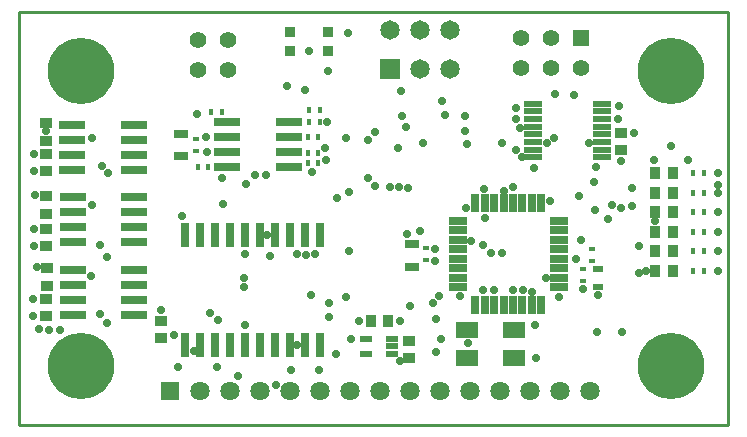
<source format=gts>
G04*
G04 #@! TF.GenerationSoftware,Altium Limited,Altium Designer,18.0.12 (696)*
G04*
G04 Layer_Color=8388736*
%FSLAX44Y44*%
%MOMM*%
G71*
G01*
G75*
%ADD10C,0.2540*%
%ADD19R,0.6000X0.4500*%
%ADD20R,0.9000X0.5000*%
%ADD21R,0.4000X0.6000*%
%ADD22R,1.3000X0.8000*%
%ADD35R,2.3270X0.7270*%
%ADD36R,1.9270X1.3270*%
%ADD37R,0.8270X1.0270*%
%ADD38R,1.6270X0.6770*%
%ADD39R,0.6770X1.6270*%
%ADD40R,1.0270X0.9270*%
%ADD41R,0.9270X1.0270*%
%ADD42R,1.0270X0.8270*%
%ADD43R,0.9770X0.5270*%
%ADD44R,1.5270X0.5770*%
%ADD45R,0.8270X0.8770*%
%ADD46R,0.7270X2.1270*%
%ADD47C,1.3970*%
%ADD48R,1.3970X1.3970*%
%ADD49R,1.6510X1.6510*%
%ADD50C,1.6510*%
%ADD51C,0.1270*%
%ADD52R,1.6270X1.6270*%
%ADD53C,1.6270*%
%ADD54C,5.6270*%
%ADD55C,0.7270*%
D10*
X600000D01*
X0D02*
Y350000D01*
X600000D01*
Y0D02*
Y350000D01*
D19*
X484632Y148764D02*
D03*
Y138764D02*
D03*
X477520Y132000D02*
D03*
Y122000D02*
D03*
X149352Y231982D02*
D03*
Y241982D02*
D03*
X344678Y149643D02*
D03*
Y139643D02*
D03*
D20*
X489557Y116960D02*
D03*
Y131960D02*
D03*
D21*
X159996Y218190D02*
D03*
X150996D02*
D03*
X162632Y265430D02*
D03*
X171632D02*
D03*
X245690Y266700D02*
D03*
X254690D02*
D03*
Y256290D02*
D03*
X245690D02*
D03*
X253166Y243586D02*
D03*
X244166D02*
D03*
X253166Y230378D02*
D03*
X244166D02*
D03*
Y221996D02*
D03*
X253166D02*
D03*
X579480Y163500D02*
D03*
X570480D02*
D03*
X579480Y146990D02*
D03*
X570480D02*
D03*
X579480Y130480D02*
D03*
X570480D02*
D03*
X579480Y213030D02*
D03*
X570480D02*
D03*
X579480Y196370D02*
D03*
X570480D02*
D03*
X579480Y180010D02*
D03*
X570480D02*
D03*
D22*
X136906Y227482D02*
D03*
Y246482D02*
D03*
X332740Y153010D02*
D03*
Y134010D02*
D03*
D35*
X176180Y243590D02*
D03*
X228180D02*
D03*
X176180Y256290D02*
D03*
Y230890D02*
D03*
Y218190D02*
D03*
X228180Y256290D02*
D03*
Y230890D02*
D03*
Y218190D02*
D03*
X45356Y118954D02*
D03*
X97356D02*
D03*
X45356Y131654D02*
D03*
Y106254D02*
D03*
Y93554D02*
D03*
X97356Y131654D02*
D03*
Y106254D02*
D03*
Y93554D02*
D03*
X97212Y154686D02*
D03*
Y167386D02*
D03*
Y192786D02*
D03*
X45212Y154686D02*
D03*
Y167386D02*
D03*
Y192786D02*
D03*
X97212Y180086D02*
D03*
X45212D02*
D03*
X96704Y216154D02*
D03*
Y228854D02*
D03*
Y254254D02*
D03*
X44704Y216154D02*
D03*
Y228854D02*
D03*
Y254254D02*
D03*
X96704Y241554D02*
D03*
X44704D02*
D03*
D36*
X378780Y56580D02*
D03*
X418780D02*
D03*
Y80580D02*
D03*
X378780D02*
D03*
D37*
X538150Y163500D02*
D03*
X553150D02*
D03*
X538150Y146990D02*
D03*
X553150D02*
D03*
X538150Y130480D02*
D03*
X553150D02*
D03*
X538150Y213030D02*
D03*
X553150D02*
D03*
X538150Y196370D02*
D03*
X553150D02*
D03*
X538150Y180010D02*
D03*
X553150D02*
D03*
D38*
X371020Y172780D02*
D03*
Y164780D02*
D03*
Y156780D02*
D03*
Y148780D02*
D03*
Y140780D02*
D03*
Y132780D02*
D03*
Y124780D02*
D03*
Y116780D02*
D03*
X457020D02*
D03*
Y124780D02*
D03*
Y132780D02*
D03*
Y140780D02*
D03*
Y148780D02*
D03*
Y156780D02*
D03*
Y164780D02*
D03*
Y172780D02*
D03*
D39*
X386020Y101780D02*
D03*
X394020D02*
D03*
X402020D02*
D03*
X410020D02*
D03*
X418020D02*
D03*
X426020D02*
D03*
X434020D02*
D03*
X442020D02*
D03*
Y187780D02*
D03*
X434020D02*
D03*
X426020D02*
D03*
X418020D02*
D03*
X410020D02*
D03*
X402020D02*
D03*
X394020D02*
D03*
X386020D02*
D03*
D40*
X22606Y215196D02*
D03*
Y229196D02*
D03*
X509644Y247008D02*
D03*
Y233008D02*
D03*
X22980Y106426D02*
D03*
Y92426D02*
D03*
X22650Y165964D02*
D03*
Y151964D02*
D03*
D41*
X297800Y87884D02*
D03*
X311800D02*
D03*
D42*
X329692Y56508D02*
D03*
Y71508D02*
D03*
X120396Y88367D02*
D03*
Y73367D02*
D03*
X22403Y255496D02*
D03*
Y240496D02*
D03*
X22198Y178629D02*
D03*
Y193629D02*
D03*
X23159Y117976D02*
D03*
Y132976D02*
D03*
D43*
X315796Y60048D02*
D03*
Y66548D02*
D03*
Y73048D02*
D03*
X293296D02*
D03*
Y60048D02*
D03*
D44*
X434602Y272254D02*
D03*
Y265754D02*
D03*
Y259254D02*
D03*
Y252754D02*
D03*
Y246254D02*
D03*
Y239754D02*
D03*
Y233254D02*
D03*
Y226754D02*
D03*
X493602Y272254D02*
D03*
Y265754D02*
D03*
Y259254D02*
D03*
Y252754D02*
D03*
Y246254D02*
D03*
Y239754D02*
D03*
Y233254D02*
D03*
Y226754D02*
D03*
D45*
X229110Y333116D02*
D03*
X261110D02*
D03*
Y316616D02*
D03*
X229110D02*
D03*
D46*
X140208Y67818D02*
D03*
X152908D02*
D03*
X165608D02*
D03*
X178308D02*
D03*
X191008D02*
D03*
X203708D02*
D03*
X216408D02*
D03*
X229108D02*
D03*
X241808D02*
D03*
X254508D02*
D03*
Y160818D02*
D03*
X241808D02*
D03*
X229108D02*
D03*
X216408D02*
D03*
X203708D02*
D03*
X191008D02*
D03*
X178308D02*
D03*
X165608D02*
D03*
X152908D02*
D03*
X140208D02*
D03*
D47*
X424434Y327914D02*
D03*
Y302514D02*
D03*
X449834Y327914D02*
D03*
Y302514D02*
D03*
X475234D02*
D03*
X151130Y325882D02*
D03*
Y300482D02*
D03*
X176530Y325882D02*
D03*
Y300482D02*
D03*
D48*
X475234Y327914D02*
D03*
D49*
X313944Y301498D02*
D03*
D50*
X339344D02*
D03*
X364744D02*
D03*
X313944Y334518D02*
D03*
X339344D02*
D03*
X364744D02*
D03*
D51*
X282000Y178900D02*
D03*
X218000D02*
D03*
D52*
X128000Y28851D02*
D03*
D53*
X153400D02*
D03*
X178800D02*
D03*
X204200D02*
D03*
X229600D02*
D03*
X255000D02*
D03*
X280400D02*
D03*
X305800D02*
D03*
X331200D02*
D03*
X356600D02*
D03*
X382000D02*
D03*
X407400D02*
D03*
X432800D02*
D03*
X458200D02*
D03*
X483600D02*
D03*
D54*
X552000Y50000D02*
D03*
Y300000D02*
D03*
X52000D02*
D03*
Y50000D02*
D03*
D55*
X323850Y261620D02*
D03*
X360426Y262382D02*
D03*
X358140Y274574D02*
D03*
X244978Y316616D02*
D03*
X278384Y332232D02*
D03*
X261112Y299720D02*
D03*
X323342Y283210D02*
D03*
X382778Y156054D02*
D03*
X471678Y140208D02*
D03*
X436880Y84582D02*
D03*
X437196Y56580D02*
D03*
X392430Y114420D02*
D03*
X401574D02*
D03*
X394020Y175326D02*
D03*
X352362Y138684D02*
D03*
Y148780D02*
D03*
X158504Y230890D02*
D03*
X158246Y243590D02*
D03*
X276860Y243078D02*
D03*
X247820Y214472D02*
D03*
X269240Y192024D02*
D03*
X279146Y197358D02*
D03*
X210094Y160818D02*
D03*
X377564Y248800D02*
D03*
X226822Y286766D02*
D03*
X241808Y283718D02*
D03*
X327992Y162130D02*
D03*
X190246Y124460D02*
D03*
X150114Y263652D02*
D03*
X341884Y238506D02*
D03*
X327660Y252222D02*
D03*
X320802Y234442D02*
D03*
X408432Y238563D02*
D03*
X425314Y226568D02*
D03*
X393293Y199644D02*
D03*
X537210Y224536D02*
D03*
X509644Y223909D02*
D03*
X322580Y54102D02*
D03*
X281178Y72644D02*
D03*
X262128Y91694D02*
D03*
X287274Y87884D02*
D03*
X322072D02*
D03*
X212503Y143510D02*
D03*
X235204Y67818D02*
D03*
X477520Y115014D02*
D03*
X489557Y110137D02*
D03*
X321310Y201168D02*
D03*
X328930Y200914D02*
D03*
X301244Y248412D02*
D03*
X313690Y201168D02*
D03*
X294894Y241554D02*
D03*
X234950Y144780D02*
D03*
X242500Y144342D02*
D03*
X250444Y144526D02*
D03*
X278892Y147574D02*
D03*
X171958Y208781D02*
D03*
X172720Y187198D02*
D03*
X191770Y204470D02*
D03*
X199898Y211836D02*
D03*
X209042Y211582D02*
D03*
X410020Y198587D02*
D03*
X436118Y217932D02*
D03*
X418020Y201740D02*
D03*
X330454Y100584D02*
D03*
X268224Y59944D02*
D03*
X217424Y33782D02*
D03*
X229870Y46482D02*
D03*
X253746Y46990D02*
D03*
X301498Y202692D02*
D03*
X339344Y164338D02*
D03*
X379476Y237998D02*
D03*
X262128Y103378D02*
D03*
X247142Y110236D02*
D03*
X167894Y88646D02*
D03*
X161798Y95250D02*
D03*
X147828Y62484D02*
D03*
X134112Y49276D02*
D03*
X259588Y224028D02*
D03*
X295354Y209502D02*
D03*
X258826Y234950D02*
D03*
X518716Y200406D02*
D03*
X501598Y185928D02*
D03*
X487426Y182118D02*
D03*
X509270Y183642D02*
D03*
X355346Y108966D02*
D03*
X350520Y103124D02*
D03*
X352806Y90170D02*
D03*
X357378Y72644D02*
D03*
X191262Y144526D02*
D03*
X446532Y238506D02*
D03*
X452882Y242824D02*
D03*
X373126Y108966D02*
D03*
X276606Y108204D02*
D03*
X260600Y256290D02*
D03*
X131064Y76454D02*
D03*
X137668Y177292D02*
D03*
X167640Y49530D02*
D03*
X185420Y41148D02*
D03*
X120396Y97536D02*
D03*
X190500Y116881D02*
D03*
X191008Y84582D02*
D03*
X378206Y183896D02*
D03*
X530606Y130480D02*
D03*
X518922Y185420D02*
D03*
X488696Y218186D02*
D03*
X486410Y205994D02*
D03*
X449160Y189738D02*
D03*
X473710Y193802D02*
D03*
X475996Y156464D02*
D03*
X420796Y233254D02*
D03*
X566166Y224536D02*
D03*
X552196Y236474D02*
D03*
X520566Y247008D02*
D03*
X392430Y152400D02*
D03*
X524510Y128630D02*
D03*
Y151678D02*
D03*
X399796Y145796D02*
D03*
X591820Y130480D02*
D03*
Y146990D02*
D03*
Y163500D02*
D03*
Y196124D02*
D03*
Y180010D02*
D03*
Y203648D02*
D03*
Y213030D02*
D03*
X538150Y172390D02*
D03*
X379730Y69850D02*
D03*
X377190Y261620D02*
D03*
X453647Y280159D02*
D03*
X423672Y251206D02*
D03*
X507746Y269748D02*
D03*
X469871Y279371D02*
D03*
X352552Y62230D02*
D03*
X408940Y146050D02*
D03*
X74676Y142494D02*
D03*
X498703Y174498D02*
D03*
X445704Y124780D02*
D03*
X420624Y259334D02*
D03*
X420370Y268224D02*
D03*
X507238Y258826D02*
D03*
X482346Y239014D02*
D03*
X417627Y114415D02*
D03*
X426720Y114300D02*
D03*
X434340Y112776D02*
D03*
X70104Y218948D02*
D03*
X68072Y152400D02*
D03*
X68580Y93980D02*
D03*
X75184Y213360D02*
D03*
X73914Y86360D02*
D03*
X61468Y243078D02*
D03*
X60960Y125984D02*
D03*
X61468Y186436D02*
D03*
X22352Y248666D02*
D03*
X24892Y80867D02*
D03*
X34290Y80660D02*
D03*
X13462Y194629D02*
D03*
X14808Y134170D02*
D03*
X16764Y81026D02*
D03*
X12642Y215196D02*
D03*
X12056Y229196D02*
D03*
X12476Y151964D02*
D03*
X12294Y165964D02*
D03*
X11908Y92426D02*
D03*
X11938Y106426D02*
D03*
X510464Y78410D02*
D03*
X488950D02*
D03*
X457020Y108278D02*
D03*
M02*

</source>
